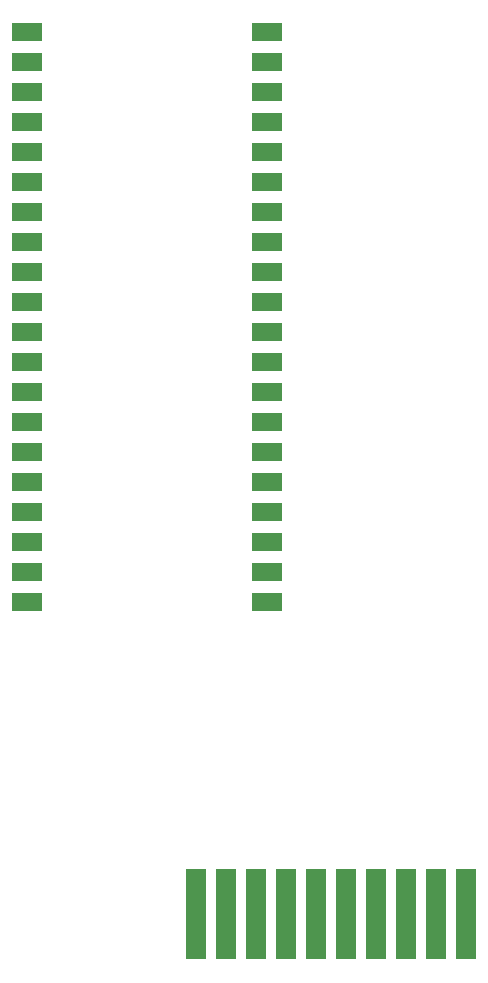
<source format=gbr>
%TF.GenerationSoftware,KiCad,Pcbnew,8.0.1*%
%TF.CreationDate,2024-04-06T11:37:36-04:00*%
%TF.ProjectId,template-card with ESCs,74656d70-6c61-4746-952d-636172642077,rev?*%
%TF.SameCoordinates,Original*%
%TF.FileFunction,Paste,Top*%
%TF.FilePolarity,Positive*%
%FSLAX46Y46*%
G04 Gerber Fmt 4.6, Leading zero omitted, Abs format (unit mm)*
G04 Created by KiCad (PCBNEW 8.0.1) date 2024-04-06 11:37:36*
%MOMM*%
%LPD*%
G01*
G04 APERTURE LIST*
%ADD10R,2.540000X1.524000*%
%ADD11R,1.780000X7.700000*%
G04 APERTURE END LIST*
D10*
%TO.C,U7*%
X157905000Y-28956000D03*
X157905000Y-31496000D03*
X157905000Y-34036000D03*
X157905000Y-36576000D03*
X157905000Y-39116000D03*
X157905000Y-41656000D03*
X157905000Y-44196000D03*
X157905000Y-46736000D03*
X157905000Y-49276000D03*
X157905000Y-51816000D03*
X157905000Y-54356000D03*
X157905000Y-56896000D03*
X157905000Y-59436000D03*
X157905000Y-61976000D03*
X157905000Y-64516000D03*
X157905000Y-67056000D03*
X157905000Y-69596000D03*
X157905000Y-72136000D03*
X157905000Y-74676000D03*
X157905000Y-77216000D03*
X178225000Y-77216000D03*
X178225000Y-74676000D03*
X178225000Y-72136000D03*
X178225000Y-69596000D03*
X178225000Y-67056000D03*
X178225000Y-64516000D03*
X178225000Y-61976000D03*
X178225000Y-59436000D03*
X178225000Y-56896000D03*
X178225000Y-54356000D03*
X178225000Y-51816000D03*
X178225000Y-49276000D03*
X178225000Y-46736000D03*
X178225000Y-44196000D03*
X178225000Y-41656000D03*
X178225000Y-39116000D03*
X178225000Y-36576000D03*
X178225000Y-34036000D03*
X178225000Y-31496000D03*
X178225000Y-28956000D03*
%TD*%
D11*
%TO.C,J1*%
X172212000Y-103632000D03*
X174752000Y-103632000D03*
X177292000Y-103632000D03*
X179832000Y-103632000D03*
X182372000Y-103632000D03*
X184912000Y-103632000D03*
X187452000Y-103632000D03*
X189992000Y-103632000D03*
X192532000Y-103632000D03*
X195072000Y-103632000D03*
%TD*%
M02*

</source>
